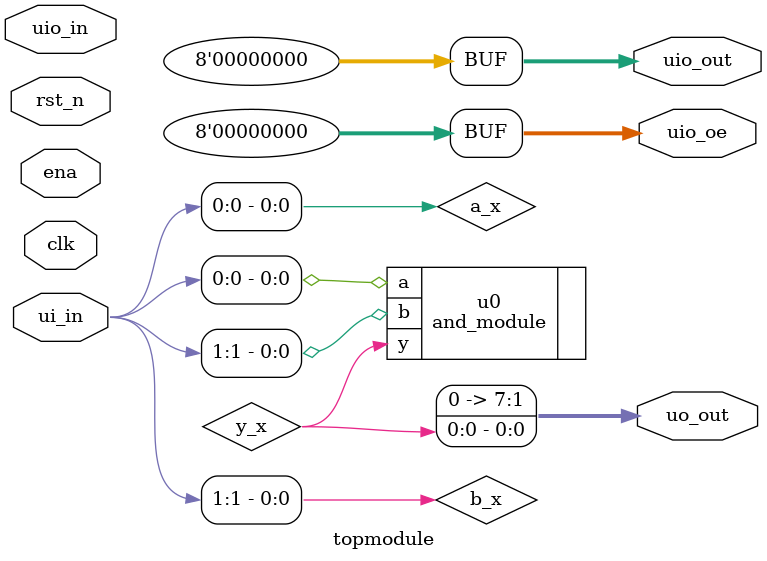
<source format=sv>
module topmodule (
    input  wire [7:0] ui_in,    // Dedicated inputs
    output wire [7:0] uo_out,   // Dedicated outputs
    input  wire [7:0] uio_in,   // IOs: Input path
    output wire [7:0] uio_out,  // IOs: Output path
    output wire [7:0] uio_oe,   // IOs: Enable path (active high: 0=input, 1=output)
    input  wire       ena,      // always 1 when the design is powered, so you can ignore it
    input  wire       clk,      // clock
    input  wire       rst_n     // reset_n - low to reset
);

    and_module u0 ( // <--- Your module
        .a(a_x),
        .b(b_x),
        .y(y_x)
    );

    // ! DO NOT TOUCH !
    logic a_x, b_x, y_x;

    assign a_x = ui_in[0];
    assign b_x = ui_in[1];
    assign uo_out[0] = y_x;

    assign uio_out      = '0;
    assign uo_out[7:1]  = '0;
    assign uio_oe       = '0;
endmodule

</source>
